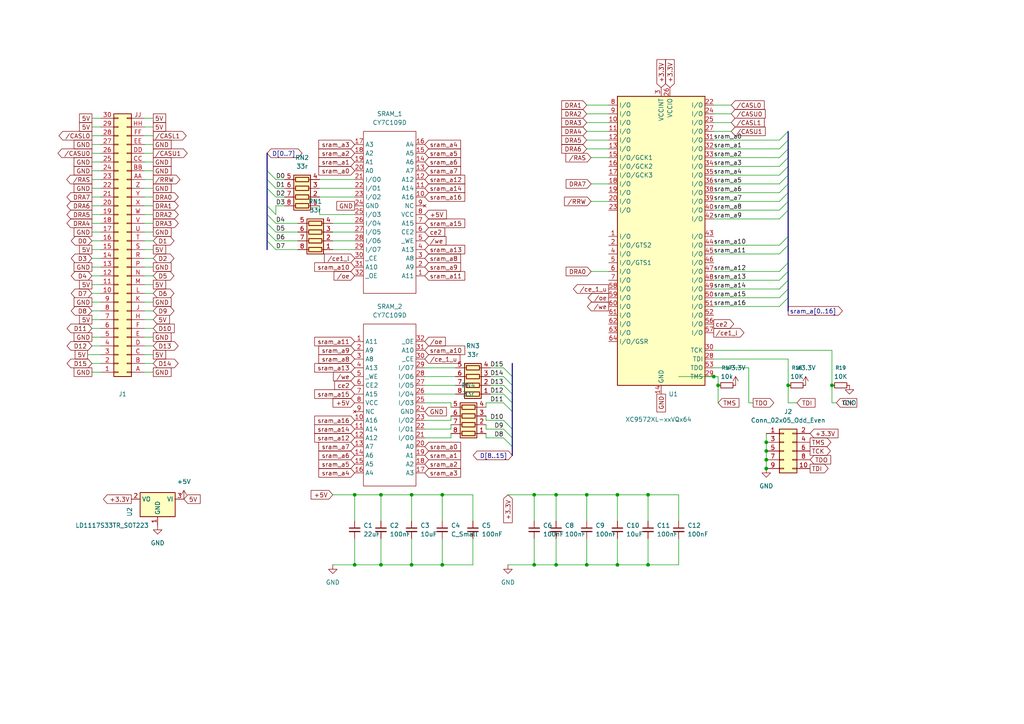
<source format=kicad_sch>
(kicad_sch (version 20250114) (generator "eeschema") (generator_version "9.0")
  (paper "A4")
  (junction (at 228.6 111.76))
  (junction (at 154.94 143.51))
  (junction (at 161.29 143.51))
  (junction (at 119.38 143.51))
  (junction (at 128.27 163.83))
  (junction (at 222.25 135.89))
  (junction (at 179.07 143.51))
  (junction (at 170.18 143.51))
  (junction (at 187.96 143.51))
  (junction (at 102.87 163.83))
  (junction (at 222.25 133.35))
  (junction (at 110.49 143.51))
  (junction (at 102.87 143.51))
  (junction (at 241.3 111.76))
  (junction (at 207.01 109.22))
  (junction (at 187.96 163.83))
  (junction (at 110.49 163.83))
  (junction (at 170.18 163.83))
  (junction (at 208.28 111.76))
  (junction (at 119.38 163.83))
  (junction (at 222.25 130.81))
  (junction (at 179.07 163.83))
  (junction (at 161.29 163.83))
  (junction (at 128.27 143.51))
  (junction (at 222.25 128.27))
  (junction (at 154.94 163.83))
  (bus_entry (at 228.6 86.36) (size -2.54 2.54))
  (bus_entry (at 228.6 76.2) (size -2.54 2.54))
  (bus_entry (at 77.47 49.53) (size 2.54 2.54))
  (bus_entry (at 228.6 48.26) (size -2.54 2.54))
  (bus_entry (at 148.59 109.22) (size -2.54 -2.54))
  (bus_entry (at 228.6 81.28) (size -2.54 2.54))
  (bus_entry (at 228.6 78.74) (size -2.54 2.54))
  (bus_entry (at 228.6 58.42) (size -2.54 2.54))
  (bus_entry (at 228.6 53.34) (size -2.54 2.54))
  (bus_entry (at 77.47 69.85) (size 2.54 2.54))
  (bus_entry (at 77.47 59.69) (size 2.54 2.54))
  (bus_entry (at 228.6 55.88) (size -2.54 2.54))
  (bus_entry (at 77.47 64.77) (size 2.54 2.54))
  (bus_entry (at 228.6 40.64) (size -2.54 2.54))
  (bus_entry (at 228.6 60.96) (size -2.54 2.54))
  (bus_entry (at 148.59 124.46) (size -2.54 -2.54))
  (bus_entry (at 228.6 71.12) (size -2.54 2.54))
  (bus_entry (at 228.6 68.58) (size -2.54 2.54))
  (bus_entry (at 77.47 62.23) (size 2.54 2.54))
  (bus_entry (at 148.59 116.84) (size -2.54 -2.54))
  (bus_entry (at 148.59 129.54) (size -2.54 -2.54))
  (bus_entry (at 228.6 83.82) (size -2.54 2.54))
  (bus_entry (at 148.59 114.3) (size -2.54 -2.54))
  (bus_entry (at 77.47 67.31) (size 2.54 2.54))
  (bus_entry (at 228.6 38.1) (size -2.54 2.54))
  (bus_entry (at 148.59 111.76) (size -2.54 -2.54))
  (bus_entry (at 148.59 127) (size -2.54 -2.54))
  (bus_entry (at 77.47 54.61) (size 2.54 2.54))
  (bus_entry (at 228.6 43.18) (size -2.54 2.54))
  (bus_entry (at 148.59 119.38) (size -2.54 -2.54))
  (bus_entry (at 228.6 45.72) (size -2.54 2.54))
  (bus_entry (at 228.6 50.8) (size -2.54 2.54))
  (bus_entry (at 77.47 52.07) (size 2.54 2.54))
  (wire (pts (xy 161.29 156.21) (xy 161.29 163.83)))
  (wire (pts (xy 170.18 143.51) (xy 170.18 151.13)))
  (bus (pts (xy 228.6 43.18) (xy 228.6 45.72)))
  (wire (pts (xy 171.45 58.42) (xy 176.53 58.42)))
  (wire (pts (xy 140.97 116.84) (xy 140.97 118.11)))
  (wire (pts (xy 96.52 69.85) (xy 102.87 69.85)))
  (bus (pts (xy 228.6 58.42) (xy 228.6 60.96)))
  (wire (pts (xy 123.19 127) (xy 130.81 127)))
  (wire (pts (xy 179.07 143.51) (xy 187.96 143.51)))
  (wire (pts (xy 128.27 143.51) (xy 137.16 143.51)))
  (wire (pts (xy 228.6 104.14) (xy 207.01 104.14)))
  (wire (pts (xy 179.07 163.83) (xy 187.96 163.83)))
  (wire (pts (xy 196.85 109.22) (xy 207.01 109.22)))
  (wire (pts (xy 92.71 59.69) (xy 92.71 62.23)))
  (wire (pts (xy 26.67 82.55) (xy 29.21 82.55)))
  (wire (pts (xy 26.67 72.39) (xy 29.21 72.39)))
  (wire (pts (xy 41.91 90.17) (xy 44.45 90.17)))
  (wire (pts (xy 207.01 83.82) (xy 226.06 83.82)))
  (wire (pts (xy 41.91 41.91) (xy 44.45 41.91)))
  (wire (pts (xy 130.81 123.19) (xy 130.81 124.46)))
  (wire (pts (xy 207.01 86.36) (xy 226.06 86.36)))
  (wire (pts (xy 123.19 109.22) (xy 132.08 109.22)))
  (wire (pts (xy 179.07 156.21) (xy 179.07 163.83)))
  (wire (pts (xy 241.3 101.6) (xy 207.01 101.6)))
  (wire (pts (xy 80.01 64.77) (xy 86.36 64.77)))
  (wire (pts (xy 207.01 33.02) (xy 212.09 33.02)))
  (wire (pts (xy 41.91 74.93) (xy 44.45 74.93)))
  (wire (pts (xy 161.29 163.83) (xy 170.18 163.83)))
  (wire (pts (xy 123.19 111.76) (xy 132.08 111.76)))
  (wire (pts (xy 41.91 44.45) (xy 44.45 44.45)))
  (wire (pts (xy 41.91 59.69) (xy 44.45 59.69)))
  (wire (pts (xy 170.18 38.1) (xy 176.53 38.1)))
  (bus (pts (xy 228.6 86.36) (xy 228.6 90.17)))
  (wire (pts (xy 207.01 50.8) (xy 226.06 50.8)))
  (wire (pts (xy 161.29 143.51) (xy 161.29 151.13)))
  (wire (pts (xy 102.87 156.21) (xy 102.87 163.83)))
  (wire (pts (xy 41.91 46.99) (xy 44.45 46.99)))
  (bus (pts (xy 77.47 62.23) (xy 77.47 64.77)))
  (wire (pts (xy 119.38 163.83) (xy 128.27 163.83)))
  (wire (pts (xy 41.91 80.01) (xy 44.45 80.01)))
  (bus (pts (xy 148.59 111.76) (xy 148.59 109.22)))
  (wire (pts (xy 123.19 121.92) (xy 130.81 121.92)))
  (wire (pts (xy 119.38 143.51) (xy 119.38 151.13)))
  (wire (pts (xy 207.01 40.64) (xy 226.06 40.64)))
  (wire (pts (xy 130.81 120.65) (xy 130.81 121.92)))
  (wire (pts (xy 207.01 38.1) (xy 212.09 38.1)))
  (bus (pts (xy 228.6 50.8) (xy 228.6 53.34)))
  (wire (pts (xy 222.25 133.35) (xy 222.25 135.89)))
  (wire (pts (xy 226.06 71.12) (xy 207.01 71.12)))
  (bus (pts (xy 228.6 83.82) (xy 228.6 86.36)))
  (wire (pts (xy 26.67 100.33) (xy 29.21 100.33)))
  (wire (pts (xy 41.91 72.39) (xy 44.45 72.39)))
  (wire (pts (xy 41.91 85.09) (xy 44.45 85.09)))
  (wire (pts (xy 41.91 49.53) (xy 44.45 49.53)))
  (wire (pts (xy 41.91 52.07) (xy 44.45 52.07)))
  (wire (pts (xy 41.91 100.33) (xy 44.45 100.33)))
  (bus (pts (xy 148.59 124.46) (xy 148.59 119.38)))
  (wire (pts (xy 80.01 67.31) (xy 86.36 67.31)))
  (bus (pts (xy 77.47 69.85) (xy 77.47 72.39)))
  (bus (pts (xy 148.59 109.22) (xy 148.59 105.41)))
  (wire (pts (xy 161.29 143.51) (xy 170.18 143.51)))
  (wire (pts (xy 207.01 55.88) (xy 226.06 55.88)))
  (wire (pts (xy 26.67 39.37) (xy 29.21 39.37)))
  (wire (pts (xy 26.67 90.17) (xy 29.21 90.17)))
  (wire (pts (xy 26.67 62.23) (xy 29.21 62.23)))
  (wire (pts (xy 41.91 69.85) (xy 44.45 69.85)))
  (wire (pts (xy 26.67 36.83) (xy 29.21 36.83)))
  (bus (pts (xy 228.6 45.72) (xy 228.6 48.26)))
  (wire (pts (xy 26.67 69.85) (xy 29.21 69.85)))
  (wire (pts (xy 154.94 143.51) (xy 154.94 151.13)))
  (wire (pts (xy 123.19 116.84) (xy 130.81 116.84)))
  (wire (pts (xy 207.01 58.42) (xy 226.06 58.42)))
  (wire (pts (xy 171.45 78.74) (xy 176.53 78.74)))
  (wire (pts (xy 207.01 78.74) (xy 226.06 78.74)))
  (wire (pts (xy 41.91 64.77) (xy 44.45 64.77)))
  (wire (pts (xy 41.91 36.83) (xy 44.45 36.83)))
  (wire (pts (xy 92.71 54.61) (xy 102.87 54.61)))
  (wire (pts (xy 207.01 88.9) (xy 226.06 88.9)))
  (wire (pts (xy 171.45 45.72) (xy 176.53 45.72)))
  (bus (pts (xy 148.59 119.38) (xy 148.59 116.84)))
  (wire (pts (xy 171.45 53.34) (xy 176.53 53.34)))
  (wire (pts (xy 217.17 106.68) (xy 207.01 106.68)))
  (wire (pts (xy 147.32 143.51) (xy 154.94 143.51)))
  (bus (pts (xy 228.6 68.58) (xy 228.6 71.12)))
  (bus (pts (xy 77.47 54.61) (xy 77.47 59.69)))
  (wire (pts (xy 142.24 109.22) (xy 146.05 109.22)))
  (wire (pts (xy 207.01 53.34) (xy 226.06 53.34)))
  (wire (pts (xy 170.18 163.83) (xy 179.07 163.83)))
  (wire (pts (xy 41.91 39.37) (xy 44.45 39.37)))
  (wire (pts (xy 102.87 163.83) (xy 110.49 163.83)))
  (wire (pts (xy 142.24 111.76) (xy 146.05 111.76)))
  (wire (pts (xy 80.01 57.15) (xy 82.55 57.15)))
  (wire (pts (xy 207.01 35.56) (xy 212.09 35.56)))
  (wire (pts (xy 110.49 143.51) (xy 110.49 151.13)))
  (wire (pts (xy 208.28 116.84) (xy 208.28 111.76)))
  (wire (pts (xy 123.19 124.46) (xy 130.81 124.46)))
  (wire (pts (xy 41.91 62.23) (xy 44.45 62.23)))
  (wire (pts (xy 207.01 48.26) (xy 226.06 48.26)))
  (wire (pts (xy 196.85 156.21) (xy 196.85 163.83)))
  (wire (pts (xy 80.01 54.61) (xy 82.55 54.61)))
  (wire (pts (xy 26.67 85.09) (xy 29.21 85.09)))
  (wire (pts (xy 207.01 60.96) (xy 226.06 60.96)))
  (bus (pts (xy 228.6 48.26) (xy 228.6 50.8)))
  (wire (pts (xy 170.18 40.64) (xy 176.53 40.64)))
  (wire (pts (xy 96.52 143.51) (xy 102.87 143.51)))
  (wire (pts (xy 92.71 57.15) (xy 102.87 57.15)))
  (wire (pts (xy 26.67 64.77) (xy 29.21 64.77)))
  (wire (pts (xy 26.67 107.95) (xy 29.21 107.95)))
  (wire (pts (xy 170.18 143.51) (xy 179.07 143.51)))
  (wire (pts (xy 41.91 97.79) (xy 44.45 97.79)))
  (wire (pts (xy 140.97 124.46) (xy 140.97 123.19)))
  (wire (pts (xy 146.05 124.46) (xy 140.97 124.46)))
  (wire (pts (xy 154.94 163.83) (xy 161.29 163.83)))
  (wire (pts (xy 123.19 114.3) (xy 132.08 114.3)))
  (wire (pts (xy 110.49 143.51) (xy 119.38 143.51)))
  (wire (pts (xy 26.67 67.31) (xy 29.21 67.31)))
  (wire (pts (xy 146.05 121.92) (xy 140.97 121.92)))
  (wire (pts (xy 96.52 72.39) (xy 102.87 72.39)))
  (wire (pts (xy 80.01 59.69) (xy 82.55 59.69)))
  (wire (pts (xy 207.01 73.66) (xy 226.06 73.66)))
  (bus (pts (xy 228.6 40.64) (xy 228.6 43.18)))
  (wire (pts (xy 130.81 125.73) (xy 130.81 127)))
  (wire (pts (xy 217.17 116.84) (xy 217.17 106.68)))
  (wire (pts (xy 110.49 156.21) (xy 110.49 163.83)))
  (wire (pts (xy 96.52 163.83) (xy 102.87 163.83)))
  (wire (pts (xy 26.67 95.25) (xy 29.21 95.25)))
  (wire (pts (xy 92.71 62.23) (xy 102.87 62.23)))
  (wire (pts (xy 207.01 63.5) (xy 226.06 63.5)))
  (bus (pts (xy 77.47 64.77) (xy 77.47 67.31)))
  (wire (pts (xy 26.67 52.07) (xy 29.21 52.07)))
  (wire (pts (xy 102.87 143.51) (xy 102.87 151.13)))
  (bus (pts (xy 77.47 49.53) (xy 77.47 52.07)))
  (bus (pts (xy 148.59 127) (xy 148.59 124.46)))
  (wire (pts (xy 92.71 52.07) (xy 102.87 52.07)))
  (wire (pts (xy 146.05 116.84) (xy 140.97 116.84)))
  (wire (pts (xy 96.52 64.77) (xy 102.87 64.77)))
  (bus (pts (xy 228.6 60.96) (xy 228.6 68.58)))
  (wire (pts (xy 41.91 34.29) (xy 44.45 34.29)))
  (wire (pts (xy 41.91 54.61) (xy 44.45 54.61)))
  (wire (pts (xy 170.18 35.56) (xy 176.53 35.56)))
  (bus (pts (xy 77.47 44.45) (xy 77.47 49.53)))
  (wire (pts (xy 41.91 95.25) (xy 44.45 95.25)))
  (wire (pts (xy 80.01 59.69) (xy 80.01 62.23)))
  (wire (pts (xy 96.52 67.31) (xy 102.87 67.31)))
  (wire (pts (xy 41.91 92.71) (xy 44.45 92.71)))
  (wire (pts (xy 123.19 106.68) (xy 132.08 106.68)))
  (wire (pts (xy 242.57 116.84) (xy 241.3 116.84)))
  (wire (pts (xy 128.27 143.51) (xy 128.27 151.13)))
  (wire (pts (xy 26.67 41.91) (xy 29.21 41.91)))
  (wire (pts (xy 41.91 102.87) (xy 44.45 102.87)))
  (wire (pts (xy 170.18 43.18) (xy 176.53 43.18)))
  (wire (pts (xy 241.3 116.84) (xy 241.3 111.76)))
  (wire (pts (xy 231.14 116.84) (xy 228.6 116.84)))
  (wire (pts (xy 26.67 46.99) (xy 29.21 46.99)))
  (wire (pts (xy 26.67 80.01) (xy 29.21 80.01)))
  (wire (pts (xy 196.85 143.51) (xy 196.85 151.13)))
  (wire (pts (xy 26.67 87.63) (xy 29.21 87.63)))
  (wire (pts (xy 41.91 107.95) (xy 44.45 107.95)))
  (wire (pts (xy 80.01 72.39) (xy 86.36 72.39)))
  (wire (pts (xy 26.67 97.79) (xy 29.21 97.79)))
  (wire (pts (xy 207.01 45.72) (xy 226.06 45.72)))
  (bus (pts (xy 228.6 78.74) (xy 228.6 81.28)))
  (wire (pts (xy 146.05 127) (xy 140.97 127)))
  (wire (pts (xy 207.01 30.48) (xy 212.09 30.48)))
  (wire (pts (xy 142.24 114.3) (xy 146.05 114.3)))
  (wire (pts (xy 26.67 44.45) (xy 29.21 44.45)))
  (wire (pts (xy 26.67 54.61) (xy 29.21 54.61)))
  (wire (pts (xy 170.18 30.48) (xy 176.53 30.48)))
  (bus (pts (xy 148.59 132.08) (xy 148.59 129.54)))
  (wire (pts (xy 187.96 143.51) (xy 187.96 151.13)))
  (bus (pts (xy 228.6 38.1) (xy 228.6 40.64)))
  (bus (pts (xy 228.6 55.88) (xy 228.6 58.42)))
  (wire (pts (xy 222.25 130.81) (xy 222.25 133.35)))
  (wire (pts (xy 102.87 143.51) (xy 110.49 143.51)))
  (wire (pts (xy 222.25 125.73) (xy 222.25 128.27)))
  (wire (pts (xy 207.01 81.28) (xy 226.06 81.28)))
  (wire (pts (xy 128.27 163.83) (xy 137.16 163.83)))
  (wire (pts (xy 128.27 156.21) (xy 128.27 163.83)))
  (bus (pts (xy 77.47 59.69) (xy 77.47 62.23)))
  (wire (pts (xy 218.44 116.84) (xy 217.17 116.84)))
  (wire (pts (xy 137.16 156.21) (xy 137.16 163.83)))
  (wire (pts (xy 41.91 77.47) (xy 44.45 77.47)))
  (wire (pts (xy 26.67 74.93) (xy 29.21 74.93)))
  (wire (pts (xy 208.28 111.76) (xy 208.28 109.22)))
  (wire (pts (xy 26.67 59.69) (xy 29.21 59.69)))
  (wire (pts (xy 80.01 52.07) (xy 82.55 52.07)))
  (wire (pts (xy 26.67 49.53) (xy 29.21 49.53)))
  (wire (pts (xy 147.32 163.83) (xy 154.94 163.83)))
  (wire (pts (xy 25.4 102.87) (xy 29.21 102.87)))
  (bus (pts (xy 228.6 81.28) (xy 228.6 83.82)))
  (wire (pts (xy 140.97 127) (xy 140.97 125.73)))
  (wire (pts (xy 26.67 105.41) (xy 29.21 105.41)))
  (wire (pts (xy 119.38 156.21) (xy 119.38 163.83)))
  (wire (pts (xy 26.67 77.47) (xy 29.21 77.47)))
  (wire (pts (xy 154.94 156.21) (xy 154.94 163.83)))
  (wire (pts (xy 170.18 33.02) (xy 176.53 33.02)))
  (bus (pts (xy 228.6 53.34) (xy 228.6 55.88)))
  (wire (pts (xy 41.91 105.41) (xy 44.45 105.41)))
  (wire (pts (xy 137.16 143.51) (xy 137.16 151.13)))
  (wire (pts (xy 41.91 67.31) (xy 44.45 67.31)))
  (wire (pts (xy 228.6 111.76) (xy 228.6 104.14)))
  (wire (pts (xy 26.67 34.29) (xy 29.21 34.29)))
  (wire (pts (xy 187.96 143.51) (xy 196.85 143.51)))
  (wire (pts (xy 187.96 163.83) (xy 196.85 163.83)))
  (wire (pts (xy 119.38 143.51) (xy 128.27 143.51)))
  (wire (pts (xy 187.96 156.21) (xy 187.96 163.83)))
  (wire (pts (xy 26.67 57.15) (xy 29.21 57.15)))
  (wire (pts (xy 179.07 143.51) (xy 179.07 151.13)))
  (wire (pts (xy 142.24 106.68) (xy 146.05 106.68)))
  (wire (pts (xy 41.91 57.15) (xy 44.45 57.15)))
  (bus (pts (xy 77.47 67.31) (xy 77.47 69.85)))
  (wire (pts (xy 170.18 156.21) (xy 170.18 163.83)))
  (bus (pts (xy 148.59 129.54) (xy 148.59 127)))
  (wire (pts (xy 241.3 111.76) (xy 241.3 101.6)))
  (wire (pts (xy 154.94 143.51) (xy 161.29 143.51)))
  (wire (pts (xy 207.01 43.18) (xy 226.06 43.18)))
  (wire (pts (xy 26.67 92.71) (xy 29.21 92.71)))
  (wire (pts (xy 140.97 121.92) (xy 140.97 120.65)))
  (bus (pts (xy 148.59 116.84) (xy 148.59 114.3)))
  (wire (pts (xy 80.01 69.85) (xy 86.36 69.85)))
  (wire (pts (xy 41.91 87.63) (xy 44.45 87.63)))
  (wire (pts (xy 41.91 82.55) (xy 44.45 82.55)))
  (wire (pts (xy 228.6 116.84) (xy 228.6 111.76)))
  (bus (pts (xy 77.47 52.07) (xy 77.47 54.61)))
  (wire (pts (xy 110.49 163.83) (xy 119.38 163.83)))
  (wire (pts (xy 222.25 128.27) (xy 222.25 130.81)))
  (wire (pts (xy 207.01 109.22) (xy 208.28 109.22)))
  (bus (pts (xy 228.6 76.2) (xy 228.6 78.74)))
  (bus (pts (xy 228.6 71.12) (xy 228.6 76.2)))
  (bus (pts (xy 148.59 114.3) (xy 148.59 111.76)))
  (wire (pts (xy 130.81 118.11) (xy 130.81 116.84)))
  (label "sram_a2" (at 207.01 45.72 0))
  (label "D15" (at 146.05 106.68 180))
  (label "sram_a9" (at 207.01 63.5 0))
  (label "D1" (at 80.01 54.61 0))
  (label "sram_a14" (at 207.01 83.82 0))
  (label "D4" (at 80.01 64.77 0))
  (label "sram_a5" (at 207.01 53.34 0))
  (label "D10" (at 146.05 121.92 180))
  (label "D5" (at 80.01 67.31 0))
  (label "sram_a1" (at 207.01 43.18 0))
  (label "D2" (at 80.01 57.15 0))
  (label "sram_a10" (at 207.01 71.12 0))
  (label "sram_a11" (at 207.01 73.66 0))
  (label "D7" (at 80.01 72.39 0))
  (label "sram_a12" (at 207.01 78.74 0))
  (label "sram_a15" (at 207.01 86.36 0))
  (label "D9" (at 146.05 124.46 180))
  (label "D11" (at 146.05 116.84 180))
  (label "sram_a8" (at 207.01 60.96 0))
  (label "D8" (at 146.05 127 180))
  (label "D12" (at 146.05 114.3 180))
  (label "D6" (at 80.01 69.85 0))
  (label "sram_a13" (at 207.01 81.28 0))
  (label "sram_a6" (at 207.01 55.88 0))
  (label "sram_a4" (at 207.01 50.8 0))
  (label "sram_a0" (at 207.01 40.64 0))
  (label "sram_a7" (at 207.01 58.42 0))
  (label "D3" (at 80.01 59.69 0))
  (label "D14" (at 146.05 109.22 180))
  (label "D13" (at 146.05 111.76 180))
  (label "sram_a16" (at 207.01 88.9 0))
  (label "D0" (at 80.01 52.07 0))
  (label "sram_a3" (at 207.01 48.26 0))
  (global_label "GND" (shape passive) (at 44.45 54.61 0) (property "Intersheetrefs" "${INTERSHEET_REFS}" (effects (hide yes))))
  (global_label "GND" (shape passive) (at 44.45 49.53 0) (property "Intersheetrefs" "${INTERSHEET_REFS}" (effects (hide yes))))
  (global_label "{slash}oe" (shape input) (at 102.87 80.01 180) (property "Intersheetrefs" "${INTERSHEET_REFS}" (effects (hide yes))))
  (global_label "DRA0" (shape output) (at 44.45 57.15 0) (property "Intersheetrefs" "${INTERSHEET_REFS}" (effects (hide yes))))
  (global_label "D8" (shape bidirectional) (at 26.67 90.17 180) (property "Intersheetrefs" "${INTERSHEET_REFS}" (effects (hide yes))))
  (global_label "{slash}CASL0" (shape input) (at 212.09 30.48 0) (property "Intersheetrefs" "${INTERSHEET_REFS}" (effects (hide yes))))
  (global_label "sram_a6" (shape input) (at 123.19 46.99 0) (property "Intersheetrefs" "${INTERSHEET_REFS}" (effects (hide yes))))
  (global_label "sram_a10" (shape input) (at 123.19 101.6 0) (property "Intersheetrefs" "${INTERSHEET_REFS}" (effects (hide yes))))
  (global_label "5V" (shape passive) (at 26.67 72.39 180) (property "Intersheetrefs" "${INTERSHEET_REFS}" (effects (hide yes))))
  (global_label "sram_a10" (shape input) (at 102.87 77.47 180) (property "Intersheetrefs" "${INTERSHEET_REFS}" (effects (hide yes))))
  (global_label "{slash}ce1_l" (shape input) (at 102.87 74.93 180) (property "Intersheetrefs" "${INTERSHEET_REFS}" (effects (hide yes))))
  (global_label "sram_a8" (shape input) (at 102.87 104.14 180) (property "Intersheetrefs" "${INTERSHEET_REFS}" (effects (hide yes))))
  (global_label "TDO" (shape output) (at 218.44 116.84 0) (property "Intersheetrefs" "${INTERSHEET_REFS}" (effects (hide yes))))
  (global_label "sram_a13" (shape input) (at 102.87 106.68 180) (property "Intersheetrefs" "${INTERSHEET_REFS}" (effects (hide yes))))
  (global_label "+5V" (shape input) (at 123.19 62.23 0) (property "Intersheetrefs" "${INTERSHEET_REFS}" (effects (hide yes))))
  (global_label "TCK" (shape output) (at 234.95 130.81 0) (property "Intersheetrefs" "${INTERSHEET_REFS}" (effects (hide yes))))
  (global_label "D5" (shape bidirectional) (at 44.45 80.01 0) (property "Intersheetrefs" "${INTERSHEET_REFS}" (effects (hide yes))))
  (global_label "sram_a2" (shape input) (at 123.19 134.62 0) (property "Intersheetrefs" "${INTERSHEET_REFS}" (effects (hide yes))))
  (global_label "{slash}CASU1" (shape output) (at 44.45 44.45 0) (property "Intersheetrefs" "${INTERSHEET_REFS}" (effects (hide yes))))
  (global_label "{slash}oe" (shape output) (at 176.53 86.36 180) (property "Intersheetrefs" "${INTERSHEET_REFS}" (effects (hide yes))))
  (global_label "{slash}CASU0" (shape output) (at 26.67 44.45 180) (property "Intersheetrefs" "${INTERSHEET_REFS}" (effects (hide yes))))
  (global_label "GND" (shape passive) (at 44.45 87.63 0) (property "Intersheetrefs" "${INTERSHEET_REFS}" (effects (hide yes))))
  (global_label "{slash}oe" (shape input) (at 123.19 99.06 0) (property "Intersheetrefs" "${INTERSHEET_REFS}" (effects (hide yes))))
  (global_label "D12" (shape bidirectional) (at 26.67 100.33 180) (property "Intersheetrefs" "${INTERSHEET_REFS}" (effects (hide yes))))
  (global_label "5V" (shape passive) (at 26.67 36.83 180) (property "Intersheetrefs" "${INTERSHEET_REFS}" (effects (hide yes))))
  (global_label "DRA1" (shape output) (at 44.45 59.69 0) (property "Intersheetrefs" "${INTERSHEET_REFS}" (effects (hide yes))))
  (global_label "{slash}RRW" (shape input) (at 171.45 58.42 180) (property "Intersheetrefs" "${INTERSHEET_REFS}" (effects (hide yes))))
  (global_label "sram_a3" (shape input) (at 102.87 41.91 180) (property "Intersheetrefs" "${INTERSHEET_REFS}" (effects (hide yes))))
  (global_label "{slash}we" (shape output) (at 176.53 88.9 180) (property "Intersheetrefs" "${INTERSHEET_REFS}" (effects (hide yes))))
  (global_label "sram_a11" (shape input) (at 123.19 80.01 0) (property "Intersheetrefs" "${INTERSHEET_REFS}" (effects (hide yes))))
  (global_label "D11" (shape bidirectional) (at 26.67 95.25 180) (property "Intersheetrefs" "${INTERSHEET_REFS}" (effects (hide yes))))
  (global_label "D6" (shape bidirectional) (at 44.45 85.09 0) (property "Intersheetrefs" "${INTERSHEET_REFS}" (effects (hide yes))))
  (global_label "5V" (shape passive) (at 44.45 102.87 0) (property "Intersheetrefs" "${INTERSHEET_REFS}" (effects (hide yes))))
  (global_label "GND" (shape passive) (at 26.67 97.79 180) (property "Intersheetrefs" "${INTERSHEET_REFS}" (effects (hide yes))))
  (global_label "D2" (shape bidirectional) (at 44.45 74.93 0) (property "Intersheetrefs" "${INTERSHEET_REFS}" (effects (hide yes))))
  (global_label "sram_a15" (shape input) (at 123.19 64.77 0) (property "Intersheetrefs" "${INTERSHEET_REFS}" (effects (hide yes))))
  (global_label "5V" (shape passive) (at 26.67 92.71 180) (property "Intersheetrefs" "${INTERSHEET_REFS}" (effects (hide yes))))
  (global_label "DRA3" (shape input) (at 170.18 35.56 180) (property "Intersheetrefs" "${INTERSHEET_REFS}" (effects (hide yes))))
  (global_label "TCK" (shape input) (at 242.57 116.84 0) (property "Intersheetrefs" "${INTERSHEET_REFS}" (effects (hide yes))))
  (global_label "sram_a1" (shape input) (at 102.87 46.99 180) (property "Intersheetrefs" "${INTERSHEET_REFS}" (effects (hide yes))))
  (global_label "sram_a3" (shape input) (at 123.19 137.16 0) (property "Intersheetrefs" "${INTERSHEET_REFS}" (effects (hide yes))))
  (global_label "+3.3V" (shape input) (at 194.31 25.4 90) (property "Intersheetrefs" "${INTERSHEET_REFS}" (effects (hide yes))))
  (global_label "DRA5" (shape input) (at 170.18 40.64 180) (property "Intersheetrefs" "${INTERSHEET_REFS}" (effects (hide yes))))
  (global_label "DRA7" (shape output) (at 26.67 57.15 180) (property "Intersheetrefs" "${INTERSHEET_REFS}" (effects (hide yes))))
  (global_label "DRA0" (shape input) (at 171.45 78.74 180) (property "Intersheetrefs" "${INTERSHEET_REFS}" (effects (hide yes))))
  (global_label "D9" (shape bidirectional) (at 44.45 90.17 0) (property "Intersheetrefs" "${INTERSHEET_REFS}" (effects (hide yes))))
  (global_label "sram_a9" (shape input) (at 102.87 101.6 180) (property "Intersheetrefs" "${INTERSHEET_REFS}" (effects (hide yes))))
  (global_label "{slash}we" (shape input) (at 123.19 69.85 0) (property "Intersheetrefs" "${INTERSHEET_REFS}" (effects (hide yes))))
  (global_label "GND" (shape passive) (at 44.45 41.91 0) (property "Intersheetrefs" "${INTERSHEET_REFS}" (effects (hide yes))))
  (global_label "GND" (shape passive) (at 26.67 41.91 180) (property "Intersheetrefs" "${INTERSHEET_REFS}" (effects (hide yes))))
  (global_label "{slash}RAS" (shape output) (at 26.67 52.07 180) (property "Intersheetrefs" "${INTERSHEET_REFS}" (effects (hide yes))))
  (global_label "sram_a11" (shape input) (at 102.87 99.06 180) (property "Intersheetrefs" "${INTERSHEET_REFS}" (effects (hide yes))))
  (global_label "sram_a13" (shape input) (at 123.19 72.39 0) (property "Intersheetrefs" "${INTERSHEET_REFS}" (effects (hide yes))))
  (global_label "DRA4" (shape output) (at 26.67 64.77 180) (property "Intersheetrefs" "${INTERSHEET_REFS}" (effects (hide yes))))
  (global_label "sram_a8" (shape input) (at 123.19 74.93 0) (property "Intersheetrefs" "${INTERSHEET_REFS}" (effects (hide yes))))
  (global_label "DRA1" (shape input) (at 170.18 30.48 180) (property "Intersheetrefs" "${INTERSHEET_REFS}" (effects (hide yes))))
  (global_label "{slash}CASL1" (shape output) (at 44.45 39.37 0) (property "Intersheetrefs" "${INTERSHEET_REFS}" (effects (hide yes))))
  (global_label "5V" (shape input) (at 53.34 144.78 0) (property "Intersheetrefs" "${INTERSHEET_REFS}" (effects (hide yes))))
  (global_label "GND" (shape passive) (at 44.45 107.95 0) (property "Intersheetrefs" "${INTERSHEET_REFS}" (effects (hide yes))))
  (global_label "TMS" (shape input) (at 208.28 116.84 0) (property "Intersheetrefs" "${INTERSHEET_REFS}" (effects (hide yes))))
  (global_label "ce2" (shape input) (at 102.87 111.76 180) (property "Intersheetrefs" "${INTERSHEET_REFS}" (effects (hide yes))))
  (global_label "sram_a16" (shape input) (at 123.19 57.15 0) (property "Intersheetrefs" "${INTERSHEET_REFS}" (effects (hide yes))))
  (global_label "{slash}CASU1" (shape input) (at 212.09 38.1 0) (property "Intersheetrefs" "${INTERSHEET_REFS}" (effects (hide yes))))
  (global_label "DRA6" (shape output) (at 26.67 59.69 180) (property "Intersheetrefs" "${INTERSHEET_REFS}" (effects (hide yes))))
  (global_label "5V" (shape passive) (at 44.45 36.83 0) (property "Intersheetrefs" "${INTERSHEET_REFS}" (effects (hide yes))))
  (global_label "GND" (shape passive) (at 102.87 59.69 180) (property "Intersheetrefs" "${INTERSHEET_REFS}" (effects (hide yes))))
  (global_label "GND" (shape passive) (at 26.67 77.47 180) (property "Intersheetrefs" "${INTERSHEET_REFS}" (effects (hide yes))))
  (global_label "{slash}ce_1_u" (shape input) (at 123.19 104.14 0) (property "Intersheetrefs" "${INTERSHEET_REFS}" (effects (hide yes))))
  (global_label "TDI" (shape input) (at 231.14 116.84 0) (property "Intersheetrefs" "${INTERSHEET_REFS}" (effects (hide yes))))
  (global_label "GND" (shape passive) (at 26.67 49.53 180) (property "Intersheetrefs" "${INTERSHEET_REFS}" (effects (hide yes))))
  (global_label "DRA6" (shape input) (at 170.18 43.18 180) (property "Intersheetrefs" "${INTERSHEET_REFS}" (effects (hide yes))))
  (global_label "GND" (shape passive) (at 26.67 54.61 180) (property "Intersheetrefs" "${INTERSHEET_REFS}" (effects (hide yes))))
  (global_label "sram_a14" (shape input) (at 123.19 54.61 0) (property "Intersheetrefs" "${INTERSHEET_REFS}" (effects (hide yes))))
  (global_label "sram_a4" (shape input) (at 123.19 41.91 0) (property "Intersheetrefs" "${INTERSHEET_REFS}" (effects (hide yes))))
  (global_label "D0" (shape bidirectional) (at 26.67 69.85 180) (property "Intersheetrefs" "${INTERSHEET_REFS}" (effects (hide yes))))
  (global_label "sram_a[0..16]" (shape output) (at 228.6 90.17 0) (property "Intersheetrefs" "${INTERSHEET_REFS}" (effects (hide yes))))
  (global_label "ce2" (shape input) (at 123.19 67.31 0) (property "Intersheetrefs" "${INTERSHEET_REFS}" (effects (hide yes))))
  (global_label "GND" (shape passive) (at 26.67 67.31 180) (property "Intersheetrefs" "${INTERSHEET_REFS}" (effects (hide yes))))
  (global_label "{slash}ce_1_u" (shape output) (at 176.53 83.82 180) (property "Intersheetrefs" "${INTERSHEET_REFS}" (effects (hide yes))))
  (global_label "5V" (shape passive) (at 44.45 72.39 0) (property "Intersheetrefs" "${INTERSHEET_REFS}" (effects (hide yes))))
  (global_label "{slash}RAS" (shape input) (at 171.45 45.72 180) (property "Intersheetrefs" "${INTERSHEET_REFS}" (effects (hide yes))))
  (global_label "5V" (shape passive) (at 26.67 82.55 180) (property "Intersheetrefs" "${INTERSHEET_REFS}" (effects (hide yes))))
  (global_label "5V" (shape input) (at 44.45 92.71 0) (property "Intersheetrefs" "${INTERSHEET_REFS}" (effects (hide yes))))
  (global_label "sram_a1" (shape input) (at 123.19 132.08 0) (property "Intersheetrefs" "${INTERSHEET_REFS}" (effects (hide yes))))
  (global_label "5V" (shape passive) (at 44.45 82.55 0) (property "Intersheetrefs" "${INTERSHEET_REFS}" (effects (hide yes))))
  (global_label "sram_a12" (shape input) (at 102.87 127 180) (property "Intersheetrefs" "${INTERSHEET_REFS}" (effects (hide yes))))
  (global_label "DRA5" (shape output) (at 26.67 62.23 180) (property "Intersheetrefs" "${INTERSHEET_REFS}" (effects (hide yes))))
  (global_label "+3.3V" (shape input) (at 147.32 143.51 270) (property "Intersheetrefs" "${INTERSHEET_REFS}" (effects (hide yes))))
  (global_label "5V" (shape passive) (at 44.45 34.29 0) (property "Intersheetrefs" "${INTERSHEET_REFS}" (effects (hide yes))))
  (global_label "DRA4" (shape input) (at 170.18 38.1 180) (property "Intersheetrefs" "${INTERSHEET_REFS}" (effects (hide yes))))
  (global_label "DRA3" (shape output) (at 44.45 64.77 0) (property "Intersheetrefs" "${INTERSHEET_REFS}" (effects (hide yes))))
  (global_label "GND" (shape passive) (at 191.77 114.3 270) (property "Intersheetrefs" "${INTERSHEET_REFS}" (effects (hide yes))))
  (global_label "+5V" (shape input) (at 96.52 143.51 180) (property "Intersheetrefs" "${INTERSHEET_REFS}" (effects (hide yes))))
  (global_label "{slash}CASL1" (shape input) (at 212.09 35.56 0) (property "Intersheetrefs" "${INTERSHEET_REFS}" (effects (hide yes))))
  (global_label "+3.3V" (shape output) (at 38.1 144.78 180) (property "Intersheetrefs" "${INTERSHEET_REFS}" (effects (hide yes))))
  (global_label "GND" (shape passive) (at 44.45 46.99 0) (property "Intersheetrefs" "${INTERSHEET_REFS}" (effects (hide yes))))
  (global_label "D14" (shape bidirectional) (at 44.45 105.41 0) (property "Intersheetrefs" "${INTERSHEET_REFS}" (effects (hide yes))))
  (global_label "GND" (shape passive) (at 26.67 46.99 180) (property "Intersheetrefs" "${INTERSHEET_REFS}" (effects (hide yes))))
  (global_label "D1" (shape bidirectional) (at 44.45 69.85 0) (property "Intersheetrefs" "${INTERSHEET_REFS}" (effects (hide yes))))
  (global_label "sram_a4" (shape input) (at 102.87 137.16 180) (property "Intersheetrefs" "${INTERSHEET_REFS}" (effects (hide yes))))
  (global_label "D[8..15]" (shape bidirectional) (at 148.59 132.08 180) (property "Intersheetrefs" "${INTERSHEET_REFS}" (effects (hide yes))))
  (global_label "+3.3V" (shape input) (at 234.95 125.73 0) (property "Intersheetrefs" "${INTERSHEET_REFS}" (effects (hide yes))))
  (global_label "sram_a2" (shape input) (at 102.87 44.45 180) (property "Intersheetrefs" "${INTERSHEET_REFS}" (effects (hide yes))))
  (global_label "D4" (shape bidirectional) (at 26.67 80.01 180) (property "Intersheetrefs" "${INTERSHEET_REFS}" (effects (hide yes))))
  (global_label "DRA2" (shape output) (at 44.45 62.23 0) (property "Intersheetrefs" "${INTERSHEET_REFS}" (effects (hide yes))))
  (global_label "sram_a15" (shape input) (at 102.87 114.3 180) (property "Intersheetrefs" "${INTERSHEET_REFS}" (effects (hide yes))))
  (global_label "sram_a16" (shape input) (at 102.87 121.92 180) (property "Intersheetrefs" "${INTERSHEET_REFS}" (effects (hide yes))))
  (global_label "sram_a7" (shape input) (at 123.19 49.53 0) (property "Intersheetrefs" "${INTERSHEET_REFS}" (effects (hide yes))))
  (global_label "{slash}CASU0" (shape input) (at 212.09 33.02 0) (property "Intersheetrefs" "${INTERSHEET_REFS}" (effects (hide yes))))
  (global_label "GND" (shape passive) (at 44.45 77.47 0) (property "Intersheetrefs" "${INTERSHEET_REFS}" (effects (hide yes))))
  (global_label "D7" (shape bidirectional) (at 26.67 85.09 180) (property "Intersheetrefs" "${INTERSHEET_REFS}" (effects (hide yes))))
  (global_label "TDO" (shape input) (at 234.95 133.35 0) (property "Intersheetrefs" "${INTERSHEET_REFS}" (effects (hide yes))))
  (global_label "DRA7" (shape input) (at 171.45 53.34 180) (property "Intersheetrefs" "${INTERSHEET_REFS}" (effects (hide yes))))
  (global_label "sram_a14" (shape input) (at 102.87 124.46 180) (property "Intersheetrefs" "${INTERSHEET_REFS}" (effects (hide yes))))
  (global_label "D10" (shape input) (at 44.45 95.25 0) (property "Intersheetrefs" "${INTERSHEET_REFS}" (effects (hide yes))))
  (global_label "DRA2" (shape input) (at 170.18 33.02 180) (property "Intersheetrefs" "${INTERSHEET_REFS}" (effects (hide yes))))
  (global_label "ce2" (shape output) (at 207.01 93.98 0) (property "Intersheetrefs" "${INTERSHEET_REFS}" (effects (hide yes))))
  (global_label "{slash}CASL0" (shape output) (at 26.67 39.37 180) (property "Intersheetrefs" "${INTERSHEET_REFS}" (effects (hide yes))))
  (global_label "GND" (shape input) (at 123.19 119.38 0) (property "Intersheetrefs" "${INTERSHEET_REFS}" (effects (hide yes))))
  (global_label "sram_a12" (shape input) (at 123.19 52.07 0) (property "Intersheetrefs" "${INTERSHEET_REFS}" (effects (hide yes))))
  (global_label "5V" (shape passive) (at 26.67 34.29 180) (property "Intersheetrefs" "${INTERSHEET_REFS}" (effects (hide yes))))
  (global_label "TDI" (shape output) (at 234.95 135.89 0) (property "Intersheetrefs" "${INTERSHEET_REFS}" (effects (hide yes))))
  (global_label "sram_a9" (shape input) (at 123.19 77.47 0) (property "Intersheetrefs" "${INTERSHEET_REFS}" (effects (hide yes))))
  (global_label "sram_a7" (shape input) (at 102.87 129.54 180) (property "Intersheetrefs" "${INTERSHEET_REFS}" (effects (hide yes))))
  (global_label "{slash}RRW" (shape output) (at 44.45 52.07 0) (property "Intersheetrefs" "${INTERSHEET_REFS}" (effects (hide yes))))
  (global_label "sram_a5" (shape input) (at 123.19 44.45 0) (property "Intersheetrefs" "${INTERSHEET_REFS}" (effects (hide yes))))
  (global_label "+5V" (shape input) (at 102.87 116.84 180) (property "Intersheetrefs" "${INTERSHEET_REFS}" (effects (hide yes))))
  (global_label "+3.3V" (shape input) (at 191.77 25.4 90) (property "Intersheetrefs" "${INTERSHEET_REFS}" (effects (hide yes))))
  (global_label "sram_a0" (shape input) (at 123.19 129.54 0) (property "Intersheetrefs" "${INTERSHEET_REFS}" (effects (hide yes))))
  (global_label "5V" (shape passive) (at 25.4 102.87 180) (property "Intersheetrefs" "${INTERSHEET_REFS}" (effects (hide yes))))
  (global_label "GND" (shape passive) (at 26.67 107.95 180) (property "Intersheetrefs" "${INTERSHEET_REFS}" (effects (hide yes))))
  (global_label "D3" (shape bidirectional) (at 26.67 74.93 180) (property "Intersheetrefs" "${INTERSHEET_REFS}" (effects (hide yes))))
  (global_label "{slash}ce1_l" (shape output) (at 207.01 96.52 0) (property "Intersheetrefs" "${INTERSHEET_REFS}" (effects (hide yes))))
  (global_label "D[0..7]" (shape bidirectional) (at 77.47 44.45 0) (property "Intersheetrefs" "${INTERSHEET_REFS}" (effects (hide yes))))
  (global_label "TMS" (shape output) (at 234.95 128.27 0) (property "Intersheetrefs" "${INTERSHEET_REFS}" (effects (hide yes))))
  (global_label "sram_a0" (shape input) (at 102.87 49.53 180) (property "Intersheetrefs" "${INTERSHEET_REFS}" (effects (hide yes))))
  (global_label "GND" (shape passive) (at 44.45 67.31 0) (property "Intersheetrefs" "${INTERSHEET_REFS}" (effects (hide yes))))
  (global_label "sram_a6" (shape input) (at 102.87 132.08 180) (property "Intersheetrefs" "${INTERSHEET_REFS}" (effects (hide yes))))
  (global_label "GND" (shape passive) (at 44.45 97.79 0) (property "Intersheetrefs" "${INTERSHEET_REFS}" (effects (hide yes))))
  (global_label "GND" (shape passive) (at 26.67 87.63 180) (property "Intersheetrefs" "${INTERSHEET_REFS}" (effects (hide yes))))
  (global_label "D13" (shape bidirectional) (at 44.45 100.33 0) (property "Intersheetrefs" "${INTERSHEET_REFS}" (effects (hide yes))))
  (global_label "D15" (shape bidirectional) (at 26.67 105.41 180) (property "Intersheetrefs" "${INTERSHEET_REFS}" (effects (hide yes))))
  (global_label "sram_a5" (shape input) (at 102.87 134.62 180) (property "Intersheetrefs" "${INTERSHEET_REFS}" (effects (hide yes))))
  (global_label "{slash}we" (shape input) (at 102.87 109.22 180) (property "Intersheetrefs" "${INTERSHEET_REFS}" (effects (hide yes))))
  (symbol (lib_id "Device:R_Pack04") (at 87.63 54.61 90) (unit 1)
    (property "Reference" "RN2" (at 87.63 45.72 90))
    (property "Value" "33r" (at 87.63 48.26 90))
    (property "Footprint" "Resistor_SMD:R_Array_Convex_4x0603" (effects (hide yes)))
    (property "Description" "4 resistor network, parallel topology" (effects (hide yes)))
  )
  (symbol (lib_id "Device:R_Small") (at 243.84 111.76 90) (unit 1)
    (property "Reference" "R19" (at 243.84 106.68 90) (effects (font (size 1.016 1.016))))
    (property "Value" "10K" (at 243.84 109.22 90))
    (property "Footprint" "Resistor_SMD:R_0603_1608Metric_Pad0.98x0.95mm_HandSolder" (effects (hide yes)))
    (property "Description" "Resistor, small symbol" (effects (hide yes)))
  )
  (symbol (lib_id "Connector_Generic:Conn_02x05_Odd_Even") (at 227.33 130.81 0) (unit 1)
    (property "Reference" "J2" (at 228.6 119.38 0))
    (property "Value" "Conn_02x05_Odd_Even" (at 228.6 121.92 0))
    (property "Footprint" "Connector_IDC:IDC-Header_2x05_P2.54mm_Vertical" (effects (hide yes)))
    (property "Description" "Generic connector, double row, 02x05, odd/even pin numbering scheme (row 1 odd numbers, row 2 even numbers), script generated (kicad-library-utils/schlib/autogen/connector/)" (effects (hide yes)))
  )
  (symbol (lib_id "power:GND") (at 147.32 163.83 0) (unit 1)
    (property "Reference" "#PWR0101" (effects (hide yes)))
    (property "Value" "GND" (at 147.32 168.91 0))
    (property "Description" "Power symbol creates a global label with name \"GND\" , ground" (effects (hide yes)))
  )
  (symbol (lib_id "power:GND") (at 45.72 152.4 0) (unit 1)
    (property "Reference" "#PWR03" (effects (hide yes)))
    (property "Value" "GND" (at 45.72 157.48 0))
    (property "Description" "Power symbol creates a global label with name \"GND\" , ground" (effects (hide yes)))
  )
  (symbol (lib_id "power:+3.3V") (at 233.68 111.76 0) (unit 1)
    (property "Reference" "#PWR05" (effects (hide yes)))
    (property "Value" "+3.3V" (at 233.68 106.68 0))
    (property "Description" "Power symbol creates a global label with name \"+3.3V\"" (effects (hide yes)))
  )
  (symbol (lib_id "Device:C_Small") (at 161.29 153.67 0) (unit 1)
    (property "Reference" "C8" (at 163.83 152.4062 0) (effects (justify left)))
    (property "Value" "100nF" (at 163.83 154.9462 0) (effects (justify left)))
    (property "Footprint" "Capacitor_SMD:C_0805_2012Metric_Pad1.18x1.45mm_HandSolder" (effects (hide yes)))
    (property "Description" "Unpolarized capacitor, small symbol" (effects (hide yes)))
  )
  (symbol (lib_id "Device:R_Small") (at 210.82 111.76 90) (unit 1)
    (property "Reference" "R17" (at 210.82 106.68 90) (effects (font (size 1.016 1.016))))
    (property "Value" "10k" (at 210.82 109.22 90))
    (property "Footprint" "Resistor_SMD:R_0603_1608Metric_Pad0.98x0.95mm_HandSolder" (effects (hide yes)))
    (property "Description" "Resistor, small symbol" (effects (hide yes)))
  )
  (symbol (lib_id "Device:C_Small") (at 179.07 153.67 0) (unit 1)
    (property "Reference" "C10" (at 181.61 152.4062 0) (effects (justify left)))
    (property "Value" "10uF" (at 181.61 154.9462 0) (effects (justify left)))
    (property "Footprint" "Capacitor_SMD:C_0805_2012Metric_Pad1.18x1.45mm_HandSolder" (effects (hide yes)))
    (property "Description" "Unpolarized capacitor, small symbol" (effects (hide yes)))
  )
  (symbol (lib_id "Device:R_Pack04") (at 91.44 67.31 90) (unit 1)
    (property "Reference" "RN1" (at 91.44 58.42 90))
    (property "Value" "33r" (at 91.44 60.96 90))
    (property "Footprint" "Resistor_SMD:R_Array_Convex_4x0603" (effects (hide yes)))
    (property "Description" "4 resistor network, parallel topology" (effects (hide yes)))
  )
  (symbol (lib_id "CPLD_Xilinx:XC9572XL-xxVQx64") (at 191.77 68.58 0) (unit 1)
    (property "Reference" "U1" (at 193.9133 114.3 0) (effects (justify left)))
    (property "Value" "XC9572XL-xxVQx64" (at 181.356 121.666 0) (effects (justify left)))
    (property "Footprint" "Package_QFP:TQFP-64_10x10mm_P0.5mm" (effects (hide yes)))
    (property "Datasheet" "http://www.xilinx.com/support/documentation/data_sheets/ds057.pdf" (effects (hide yes)))
    (property "Description" "CPLD, 72 Macrocells, 1600 Usable Gates, TQFP-64 (Xilinx VQ64)" (effects (hide yes)))
  )
  (symbol (lib_name "CY7C109D_1") (lib_id "Amiga_related:CY7C109D") (at 113.03 82.55 180) (unit 1)
    (property "Reference" "SRAM_1" (at 113.03 33.02 0))
    (property "Value" "CY7C109D" (at 113.03 35.56 0))
    (property "Footprint" "Package_SO:TSOP-I-32_18.4x8mm_P0.5mm" (effects (hide yes)))
  )
  (symbol (lib_id "Amiga_related:CY7C109D") (at 113.03 96.52 0) (unit 1)
    (property "Reference" "SRAM_2" (at 113.03 88.9 0))
    (property "Value" "CY7C109D" (at 113.03 91.44 0))
    (property "Footprint" "Package_SO:TSOP-I-32_18.4x8mm_P0.5mm" (effects (hide yes)))
  )
  (symbol (lib_id "Connector_Generic:Conn_02x30_Top_Bottom") (at 34.29 72.39 0) (mirror x) (unit 1)
    (property "Reference" "J1" (at 35.56 114.3 0))
    (property "Value" "Front_Connector" (effects (hide yes)))
    (property "Footprint" "Amiga_diverse_Library:Connector_horizontal_amiga1.04_GREEN" (effects (hide yes)))
    (property "Description" "Generic connector, double row, 02x30, top/bottom pin numbering scheme (row 1: 1...pins_per_row, row2: pins_per_row+1 ... num_pins), script generated (kicad-library-utils/schlib/autogen/connector/)" (effects (hide yes)))
  )
  (symbol (lib_id "Device:C_Small") (at 110.49 153.67 0) (unit 1)
    (property "Reference" "C2" (at 113.03 152.4062 0) (effects (justify left)))
    (property "Value" "100nF" (at 113.03 154.9462 0) (effects (justify left)))
    (property "Footprint" "Capacitor_SMD:C_0805_2012Metric_Pad1.18x1.45mm_HandSolder" (effects (hide yes)))
    (property "Description" "Unpolarized capacitor, small symbol" (effects (hide yes)))
  )
  (symbol (lib_id "power:GND") (at 222.25 135.89 0) (unit 1)
    (property "Reference" "#PWR07" (effects (hide yes)))
    (property "Value" "GND" (at 222.25 140.97 0))
    (property "Description" "Power symbol creates a global label with name \"GND\" , ground" (effects (hide yes)))
  )
  (symbol (lib_id "Device:R_Pack04") (at 137.16 109.22 90) (unit 1)
    (property "Reference" "RN3" (at 137.16 100.33 90))
    (property "Value" "33r" (at 137.16 102.87 90))
    (property "Footprint" "Resistor_SMD:R_Array_Convex_4x0603" (effects (hide yes)))
    (property "Description" "4 resistor network, parallel topology" (effects (hide yes)))
  )
  (symbol (lib_id "Device:R_Small") (at 231.14 111.76 90) (unit 1)
    (property "Reference" "R18" (at 231.14 106.68 90) (effects (font (size 1.016 1.016))))
    (property "Value" "10K" (at 231.14 109.22 90))
    (property "Footprint" "Resistor_SMD:R_0603_1608Metric_Pad0.98x0.95mm_HandSolder" (effects (hide yes)))
    (property "Description" "Resistor, small symbol" (effects (hide yes)))
  )
  (symbol (lib_id "power:+5V") (at 53.34 144.78 0) (unit 1)
    (property "Reference" "#PWR02" (effects (hide yes)))
    (property "Value" "+5V" (at 53.34 139.7 0))
    (property "Description" "Power symbol creates a global label with name \"+5V\"" (effects (hide yes)))
  )
  (symbol (lib_id "power:GND") (at 96.52 163.83 0) (unit 1)
    (property "Reference" "#PWR01" (effects (hide yes)))
    (property "Value" "GND" (at 96.52 168.91 0))
    (property "Description" "Power symbol creates a global label with name \"GND\" , ground" (effects (hide yes)))
  )
  (symbol (lib_id "power:+3.3V") (at 213.36 111.76 0) (unit 1)
    (property "Reference" "#PWR04" (effects (hide yes)))
    (property "Value" "+3.3V" (at 213.36 106.68 0))
    (property "Description" "Power symbol creates a global label with name \"+3.3V\"" (effects (hide yes)))
  )
  (symbol (lib_id "power:GND") (at 246.38 111.76 0) (unit 1)
    (property "Reference" "#PWR06" (effects (hide yes)))
    (property "Value" "GND" (at 246.38 116.84 0))
    (property "Description" "Power symbol creates a global label with name \"GND\" , ground" (effects (hide yes)))
  )
  (symbol (lib_id "Device:R_Pack04") (at 135.89 120.65 90) (unit 1)
    (property "Reference" "RN4" (at 135.89 111.76 90))
    (property "Value" "33r" (at 135.89 114.3 90))
    (property "Footprint" "Resistor_SMD:R_Array_Convex_4x0603" (effects (hide yes)))
    (property "Description" "4 resistor network, parallel topology" (effects (hide yes)))
  )
  (symbol (lib_id "Device:C_Small") (at 170.18 153.67 0) (unit 1)
    (property "Reference" "C9" (at 172.72 152.4062 0) (effects (justify left)))
    (property "Value" "100nF" (at 172.72 154.9462 0) (effects (justify left)))
    (property "Footprint" "Capacitor_SMD:C_0805_2012Metric_Pad1.18x1.45mm_HandSolder" (effects (hide yes)))
    (property "Description" "Unpolarized capacitor, small symbol" (effects (hide yes)))
  )
  (symbol (lib_id "Device:C_Small") (at 119.38 153.67 0) (unit 1)
    (property "Reference" "C3" (at 121.92 152.4062 0) (effects (justify left)))
    (property "Value" "10uF" (at 121.92 154.9462 0) (effects (justify left)))
    (property "Footprint" "Capacitor_SMD:C_0805_2012Metric_Pad1.18x1.45mm_HandSolder" (effects (hide yes)))
    (property "Description" "Unpolarized capacitor, small symbol" (effects (hide yes)))
  )
  (symbol (lib_id "Device:C_Small") (at 137.16 153.67 0) (unit 1)
    (property "Reference" "C5" (at 139.7 152.4062 0) (effects (justify left)))
    (property "Value" "100nF" (at 139.7 154.9462 0) (effects (justify left)))
    (property "Footprint" "Capacitor_SMD:C_0805_2012Metric_Pad1.18x1.45mm_HandSolder" (effects (hide yes)))
    (property "Description" "Unpolarized capacitor, small symbol" (effects (hide yes)))
  )
  (symbol (lib_id "Regulator_Linear:LD1117S33TR_SOT223") (at 45.72 144.78 0) (mirror y) (unit 1)
    (property "Reference" "U2" (at 37.592 149.86 90) (effects (justify left)))
    (property "Value" "LD1117S33TR_SOT223" (at 43.18 152.4 0) (effects (justify left)))
    (property "Footprint" "Package_TO_SOT_SMD:SOT-223-3_TabPin2" (effects (hide yes)))
    (property "Datasheet" "http://www.st.com/st-web-ui/static/active/en/resource/technical/document/datasheet/CD00000544.pdf" (effects (hide yes)))
    (property "Description" "800mA Fixed Low Drop Positive Voltage Regulator, Fixed Output 3.3V, SOT-223" (effects (hide yes)))
  )
  (symbol (lib_id "Device:C_Small") (at 128.27 153.67 0) (unit 1)
    (property "Reference" "C4" (at 130.81 152.4062 0) (effects (justify left)))
    (property "Value" "C_Small" (at 130.81 154.9462 0) (effects (justify left)))
    (property "Footprint" "Capacitor_SMD:C_0805_2012Metric_Pad1.18x1.45mm_HandSolder" (effects (hide yes)))
    (property "Description" "Unpolarized capacitor, small symbol" (effects (hide yes)))
  )
  (symbol (lib_id "Device:C_Small") (at 102.87 153.67 0) (unit 1)
    (property "Reference" "C1" (at 105.41 152.4062 0) (effects (justify left)))
    (property "Value" "22uF" (at 105.41 154.9462 0) (effects (justify left)))
    (property "Footprint" "Capacitor_SMD:C_1206_3216Metric_Pad1.33x1.80mm_HandSolder" (effects (hide yes)))
    (property "Description" "Unpolarized capacitor, small symbol" (effects (hide yes)))
  )
  (symbol (lib_id "Device:C_Small") (at 187.96 153.67 0) (unit 1)
    (property "Reference" "C11" (at 190.5 152.4062 0) (effects (justify left)))
    (property "Value" "100nF" (at 190.5 154.9462 0) (effects (justify left)))
    (property "Footprint" "Capacitor_SMD:C_0805_2012Metric_Pad1.18x1.45mm_HandSolder" (effects (hide yes)))
    (property "Description" "Unpolarized capacitor, small symbol" (effects (hide yes)))
  )
  (symbol (lib_id "Device:C_Small") (at 196.85 153.67 0) (unit 1)
    (property "Reference" "C12" (at 199.39 152.4062 0) (effects (justify left)))
    (property "Value" "100nF" (at 199.39 154.9462 0) (effects (justify left)))
    (property "Footprint" "Capacitor_SMD:C_0805_2012Metric_Pad1.18x1.45mm_HandSolder" (effects (hide yes)))
    (property "Description" "Unpolarized capacitor, small symbol" (effects (hide yes)))
  )
  (symbol (lib_id "Device:C_Small") (at 154.94 153.67 0) (unit 1)
    (property "Reference" "C6" (at 157.48 152.4062 0) (effects (justify left)))
    (property "Value" "100nF" (at 157.48 154.9462 0) (effects (justify left)))
    (property "Footprint" "Capacitor_SMD:C_0805_2012Metric_Pad1.18x1.45mm_HandSolder" (effects (hide yes)))
    (property "Description" "Unpolarized capacitor, small symbol" (effects (hide yes)))
  )
)
</source>
